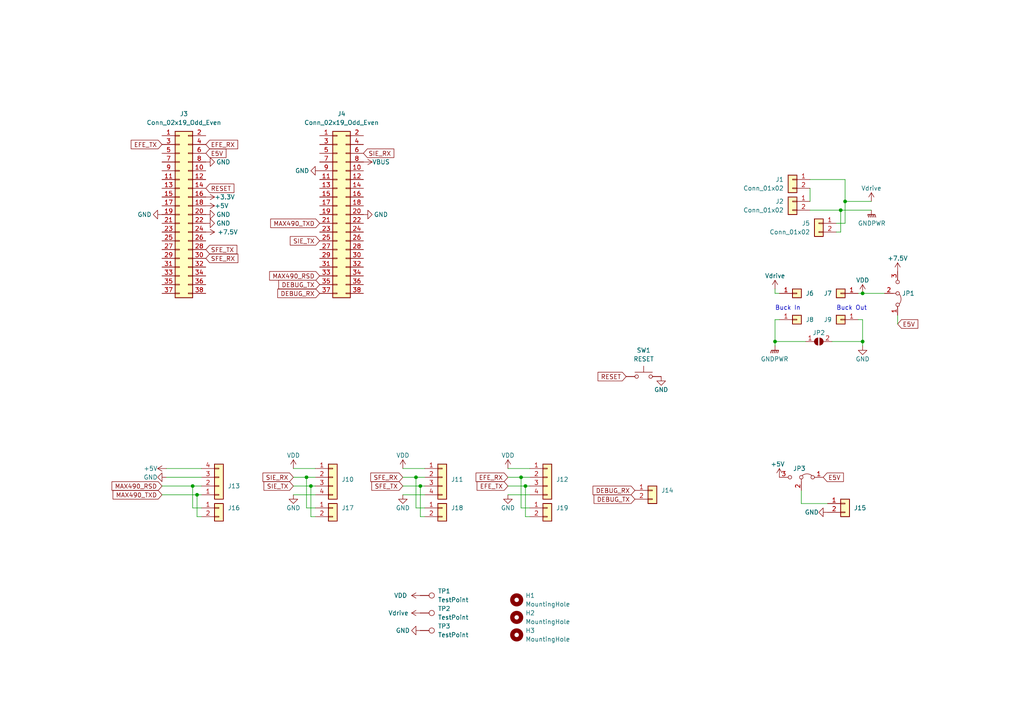
<source format=kicad_sch>
(kicad_sch (version 20230121) (generator eeschema)
  (paper "A4")
  (lib_symbols
    (symbol "Connector:TestPoint" (pin_numbers hide) (pin_names (offset 0.762) hide)
      (property "Reference" "TP" (at 0 6.858 0))
      (property "Value" "TestPoint" (at 0 5.08 0))
      (symbol "TestPoint_0_1"
        (circle (center 0 3.302) (radius 0.762))
      )
      (symbol "TestPoint_1_1"
        (pin passive line (at 0 0 90) (length 2.54) (name "1") (number "1"))
      )
    )
    (symbol "Connector_Generic:Conn_01x01" (pin_names (offset 1.016) hide)
      (property "Reference" "J" (at 0 2.54 0))
      (property "Value" "Conn_01x01" (at 0 -2.54 0))
      (symbol "Conn_01x01_1_1"
        (rectangle (start -1.27 0.127) (end 0 -0.127) (stroke (width 0.1524)))
        (rectangle (start -1.27 1.27) (end 1.27 -1.27) (stroke (width 0.254)) (fill (type background)))
        (pin passive line (at -5.08 0 0) (length 3.81) (name "Pin_1") (number "1"))
      )
    )
    (symbol "Connector_Generic:Conn_01x02" (pin_names (offset 1.016) hide)
      (property "Reference" "J" (at 0 2.54 0))
      (property "Value" "Conn_01x02" (at 0 -5.08 0))
      (symbol "Conn_01x02_1_1"
        (rectangle (start -1.27 -2.413) (end 0 -2.667) (stroke (width 0.1524)))
        (rectangle (start -1.27 0.127) (end 0 -0.127) (stroke (width 0.1524)))
        (rectangle (start -1.27 1.27) (end 1.27 -3.81) (stroke (width 0.254)) (fill (type background)))
        (pin passive line (at -5.08 0 0) (length 3.81) (name "Pin_1") (number "1"))
        (pin passive line (at -5.08 -2.54 0) (length 3.81) (name "Pin_2") (number "2"))
      )
    )
    (symbol "Connector_Generic:Conn_01x04" (pin_names (offset 1.016) hide)
      (property "Reference" "J" (at 0 5.08 0))
      (property "Value" "Conn_01x04" (at 0 -7.62 0))
      (symbol "Conn_01x04_1_1"
        (rectangle (start -1.27 -4.953) (end 0 -5.207) (stroke (width 0.1524)))
        (rectangle (start -1.27 -2.413) (end 0 -2.667) (stroke (width 0.1524)))
        (rectangle (start -1.27 0.127) (end 0 -0.127) (stroke (width 0.1524)))
        (rectangle (start -1.27 2.667) (end 0 2.413) (stroke (width 0.1524)))
        (rectangle (start -1.27 3.81) (end 1.27 -6.35) (stroke (width 0.254)) (fill (type background)))
        (pin passive line (at -5.08 2.54 0) (length 3.81) (name "Pin_1") (number "1"))
        (pin passive line (at -5.08 0 0) (length 3.81) (name "Pin_2") (number "2"))
        (pin passive line (at -5.08 -2.54 0) (length 3.81) (name "Pin_3") (number "3"))
        (pin passive line (at -5.08 -5.08 0) (length 3.81) (name "Pin_4") (number "4"))
      )
    )
    (symbol "Connector_Generic:Conn_02x19_Odd_Even" (pin_names (offset 1.016) hide)
      (property "Reference" "J" (at 1.27 25.4 0))
      (property "Value" "Conn_02x19_Odd_Even" (at 1.27 -25.4 0))
      (symbol "Conn_02x19_Odd_Even_1_1"
        (rectangle (start -1.27 -22.733) (end 0 -22.987) (stroke (width 0.1524)))
        (rectangle (start -1.27 -20.193) (end 0 -20.447) (stroke (width 0.1524)))
        (rectangle (start -1.27 -17.653) (end 0 -17.907) (stroke (width 0.1524)))
        (rectangle (start -1.27 -15.113) (end 0 -15.367) (stroke (width 0.1524)))
        (rectangle (start -1.27 -12.573) (end 0 -12.827) (stroke (width 0.1524)))
        (rectangle (start -1.27 -10.033) (end 0 -10.287) (stroke (width 0.1524)))
        (rectangle (start -1.27 -7.493) (end 0 -7.747) (stroke (width 0.1524)))
        (rectangle (start -1.27 -4.953) (end 0 -5.207) (stroke (width 0.1524)))
        (rectangle (start -1.27 -2.413) (end 0 -2.667) (stroke (width 0.1524)))
        (rectangle (start -1.27 0.127) (end 0 -0.127) (stroke (width 0.1524)))
        (rectangle (start -1.27 2.667) (end 0 2.413) (stroke (width 0.1524)))
        (rectangle (start -1.27 5.207) (end 0 4.953) (stroke (width 0.1524)))
        (rectangle (start -1.27 7.747) (end 0 7.493) (stroke (width 0.1524)))
        (rectangle (start -1.27 10.287) (end 0 10.033) (stroke (width 0.1524)))
        (rectangle (start -1.27 12.827) (end 0 12.573) (stroke (width 0.1524)))
        (rectangle (start -1.27 15.367) (end 0 15.113) (stroke (width 0.1524)))
        (rectangle (start -1.27 17.907) (end 0 17.653) (stroke (width 0.1524)))
        (rectangle (start -1.27 20.447) (end 0 20.193) (stroke (width 0.1524)))
        (rectangle (start -1.27 22.987) (end 0 22.733) (stroke (width 0.1524)))
        (rectangle (start -1.27 24.13) (end 3.81 -24.13) (stroke (width 0.254)) (fill (type background)))
        (rectangle (start 3.81 -22.733) (end 2.54 -22.987) (stroke (width 0.1524)))
        (rectangle (start 3.81 -20.193) (end 2.54 -20.447) (stroke (width 0.1524)))
        (rectangle (start 3.81 -17.653) (end 2.54 -17.907) (stroke (width 0.1524)))
        (rectangle (start 3.81 -15.113) (end 2.54 -15.367) (stroke (width 0.1524)))
        (rectangle (start 3.81 -12.573) (end 2.54 -12.827) (stroke (width 0.1524)))
        (rectangle (start 3.81 -10.033) (end 2.54 -10.287) (stroke (width 0.1524)))
        (rectangle (start 3.81 -7.493) (end 2.54 -7.747) (stroke (width 0.1524)))
        (rectangle (start 3.81 -4.953) (end 2.54 -5.207) (stroke (width 0.1524)))
        (rectangle (start 3.81 -2.413) (end 2.54 -2.667) (stroke (width 0.1524)))
        (rectangle (start 3.81 0.127) (end 2.54 -0.127) (stroke (width 0.1524)))
        (rectangle (start 3.81 2.667) (end 2.54 2.413) (stroke (width 0.1524)))
        (rectangle (start 3.81 5.207) (end 2.54 4.953) (stroke (width 0.1524)))
        (rectangle (start 3.81 7.747) (end 2.54 7.493) (stroke (width 0.1524)))
        (rectangle (start 3.81 10.287) (end 2.54 10.033) (stroke (width 0.1524)))
        (rectangle (start 3.81 12.827) (end 2.54 12.573) (stroke (width 0.1524)))
        (rectangle (start 3.81 15.367) (end 2.54 15.113) (stroke (width 0.1524)))
        (rectangle (start 3.81 17.907) (end 2.54 17.653) (stroke (width 0.1524)))
        (rectangle (start 3.81 20.447) (end 2.54 20.193) (stroke (width 0.1524)))
        (rectangle (start 3.81 22.987) (end 2.54 22.733) (stroke (width 0.1524)))
        (pin passive line (at -5.08 22.86 0) (length 3.81) (name "Pin_1") (number "1"))
        (pin passive line (at 7.62 12.7 180) (length 3.81) (name "Pin_10") (number "10"))
        (pin passive line (at -5.08 10.16 0) (length 3.81) (name "Pin_11") (number "11"))
        (pin passive line (at 7.62 10.16 180) (length 3.81) (name "Pin_12") (number "12"))
        (pin passive line (at -5.08 7.62 0) (length 3.81) (name "Pin_13") (number "13"))
        (pin passive line (at 7.62 7.62 180) (length 3.81) (name "Pin_14") (number "14"))
        (pin passive line (at -5.08 5.08 0) (length 3.81) (name "Pin_15") (number "15"))
        (pin passive line (at 7.62 5.08 180) (length 3.81) (name "Pin_16") (number "16"))
        (pin passive line (at -5.08 2.54 0) (length 3.81) (name "Pin_17") (number "17"))
        (pin passive line (at 7.62 2.54 180) (length 3.81) (name "Pin_18") (number "18"))
        (pin passive line (at -5.08 0 0) (length 3.81) (name "Pin_19") (number "19"))
        (pin passive line (at 7.62 22.86 180) (length 3.81) (name "Pin_2") (number "2"))
        (pin passive line (at 7.62 0 180) (length 3.81) (name "Pin_20") (number "20"))
        (pin passive line (at -5.08 -2.54 0) (length 3.81) (name "Pin_21") (number "21"))
        (pin passive line (at 7.62 -2.54 180) (length 3.81) (name "Pin_22") (number "22"))
        (pin passive line (at -5.08 -5.08 0) (length 3.81) (name "Pin_23") (number "23"))
        (pin passive line (at 7.62 -5.08 180) (length 3.81) (name "Pin_24") (number "24"))
        (pin passive line (at -5.08 -7.62 0) (length 3.81) (name "Pin_25") (number "25"))
        (pin passive line (at 7.62 -7.62 180) (length 3.81) (name "Pin_26") (number "26"))
        (pin passive line (at -5.08 -10.16 0) (length 3.81) (name "Pin_27") (number "27"))
        (pin passive line (at 7.62 -10.16 180) (length 3.81) (name "Pin_28") (number "28"))
        (pin passive line (at -5.08 -12.7 0) (length 3.81) (name "Pin_29") (number "29"))
        (pin passive line (at -5.08 20.32 0) (length 3.81) (name "Pin_3") (number "3"))
        (pin passive line (at 7.62 -12.7 180) (length 3.81) (name "Pin_30") (number "30"))
        (pin passive line (at -5.08 -15.24 0) (length 3.81) (name "Pin_31") (number "31"))
        (pin passive line (at 7.62 -15.24 180) (length 3.81) (name "Pin_32") (number "32"))
        (pin passive line (at -5.08 -17.78 0) (length 3.81) (name "Pin_33") (number "33"))
        (pin passive line (at 7.62 -17.78 180) (length 3.81) (name "Pin_34") (number "34"))
        (pin passive line (at -5.08 -20.32 0) (length 3.81) (name "Pin_35") (number "35"))
        (pin passive line (at 7.62 -20.32 180) (length 3.81) (name "Pin_36") (number "36"))
        (pin passive line (at -5.08 -22.86 0) (length 3.81) (name "Pin_37") (number "37"))
        (pin passive line (at 7.62 -22.86 180) (length 3.81) (name "Pin_38") (number "38"))
        (pin passive line (at 7.62 20.32 180) (length 3.81) (name "Pin_4") (number "4"))
        (pin passive line (at -5.08 17.78 0) (length 3.81) (name "Pin_5") (number "5"))
        (pin passive line (at 7.62 17.78 180) (length 3.81) (name "Pin_6") (number "6"))
        (pin passive line (at -5.08 15.24 0) (length 3.81) (name "Pin_7") (number "7"))
        (pin passive line (at 7.62 15.24 180) (length 3.81) (name "Pin_8") (number "8"))
        (pin passive line (at -5.08 12.7 0) (length 3.81) (name "Pin_9") (number "9"))
      )
    )
    (symbol "Jumper:Jumper_3_Bridged12" (pin_names (offset 0) hide)
      (property "Reference" "JP" (at -2.54 -2.54 0))
      (property "Value" "Jumper_3_Bridged12" (at 0 2.794 0))
      (symbol "Jumper_3_Bridged12_0_0"
        (circle (center -3.302 0) (radius 0.508))
        (circle (center 0 0) (radius 0.508))
        (circle (center 3.302 0) (radius 0.508))
      )
      (symbol "Jumper_3_Bridged12_0_1"
        (arc (start -0.254 0.508) (mid -1.651 0.9912) (end -3.048 0.508))
        (polyline (pts (xy 0 -1.27) (xy 0 -0.508)))
      )
      (symbol "Jumper_3_Bridged12_1_1"
        (pin passive line (at -6.35 0 0) (length 2.54) (name "A") (number "1"))
        (pin passive line (at 0 -3.81 90) (length 2.54) (name "C") (number "2"))
        (pin passive line (at 6.35 0 180) (length 2.54) (name "B") (number "3"))
      )
    )
    (symbol "Jumper:SolderJumper_2_Open" (pin_names (offset 0) hide)
      (property "Reference" "JP" (at 0 2.032 0))
      (property "Value" "SolderJumper_2_Open" (at 0 -2.54 0))
      (symbol "SolderJumper_2_Open_0_1"
        (arc (start -0.254 1.016) (mid -1.2656 0) (end -0.254 -1.016))
        (arc (start -0.254 1.016) (mid -1.2656 0) (end -0.254 -1.016) (fill (type outline)))
        (polyline (pts (xy -0.254 1.016) (xy -0.254 -1.016)))
        (polyline (pts (xy 0.254 1.016) (xy 0.254 -1.016)))
        (arc (start 0.254 -1.016) (mid 1.2656 0) (end 0.254 1.016))
        (arc (start 0.254 -1.016) (mid 1.2656 0) (end 0.254 1.016) (fill (type outline)))
      )
      (symbol "SolderJumper_2_Open_1_1"
        (pin passive line (at -3.81 0 0) (length 2.54) (name "A") (number "1"))
        (pin passive line (at 3.81 0 180) (length 2.54) (name "B") (number "2"))
      )
    )
    (symbol "Mechanical:MountingHole" (pin_names (offset 1.016))
      (property "Reference" "H" (at 0 5.08 0))
      (property "Value" "MountingHole" (at 0 3.175 0))
      (symbol "MountingHole_0_1"
        (circle (center 0 0) (radius 1.27) (stroke (width 1.27)))
      )
    )
    (symbol "Switch:SW_Push" (pin_numbers hide) (pin_names (offset 1.016) hide)
      (property "Reference" "SW" (at 1.27 2.54 0))
      (property "Value" "SW_Push" (at 0 -1.524 0))
      (symbol "SW_Push_0_1"
        (circle (center -2.032 0) (radius 0.508))
        (polyline (pts (xy 0 1.27) (xy 0 3.048)))
        (polyline (pts (xy 2.54 1.27) (xy -2.54 1.27)))
        (circle (center 2.032 0) (radius 0.508))
        (pin passive line (at -5.08 0 0) (length 2.54) (name "1") (number "1"))
        (pin passive line (at 5.08 0 180) (length 2.54) (name "2") (number "2"))
      )
    )
    (symbol "power:+3.3V" (power) (pin_names (offset 0))
      (property "Value" "+3.3V" (at 0 3.556 0))
      (symbol "+3.3V_0_1"
        (polyline (pts (xy -0.762 1.27) (xy 0 2.54)))
        (polyline (pts (xy 0 0) (xy 0 2.54)))
        (polyline (pts (xy 0 2.54) (xy 0.762 1.27)))
      )
      (symbol "+3.3V_1_1"
        (pin power_in line (at 0 0 90) (length 0) hide (name "+3.3V") (number "1"))
      )
    )
    (symbol "power:+5V" (power) (pin_names (offset 0))
      (property "Value" "+5V" (at 0 3.556 0))
      (symbol "+5V_0_1"
        (polyline (pts (xy -0.762 1.27) (xy 0 2.54)))
        (polyline (pts (xy 0 0) (xy 0 2.54)))
        (polyline (pts (xy 0 2.54) (xy 0.762 1.27)))
      )
      (symbol "+5V_1_1"
        (pin power_in line (at 0 0 90) (length 0) hide (name "+5V") (number "1"))
      )
    )
    (symbol "power:+7.5V" (power) (pin_names (offset 0))
      (property "Value" "+7.5V" (at 0 3.556 0))
      (symbol "+7.5V_0_1"
        (polyline (pts (xy -0.762 1.27) (xy 0 2.54)))
        (polyline (pts (xy 0 0) (xy 0 2.54)))
        (polyline (pts (xy 0 2.54) (xy 0.762 1.27)))
      )
      (symbol "+7.5V_1_1"
        (pin power_in line (at 0 0 90) (length 0) hide (name "+7.5V") (number "1"))
      )
    )
    (symbol "power:GND" (power) (pin_names (offset 0))
      (property "Value" "GND" (at 0 -3.81 0))
      (symbol "GND_0_1"
        (polyline (pts (xy 0 0) (xy 0 -1.27) (xy 1.27 -1.27) (xy 0 -2.54) (xy -1.27 -1.27) (xy 0 -1.27)))
      )
      (symbol "GND_1_1"
        (pin power_in line (at 0 0 270) (length 0) hide (name "GND") (number "1"))
      )
    )
    (symbol "power:GNDPWR" (power) (pin_names (offset 0))
      (property "Value" "GNDPWR" (at 0 -3.302 0))
      (symbol "GNDPWR_0_1"
        (polyline (pts (xy 0 -1.27) (xy 0 0)))
        (polyline (pts (xy -1.016 -1.27) (xy -1.27 -2.032) (xy -1.27 -2.032)) (stroke (width 0.2032)))
        (polyline (pts (xy -0.508 -1.27) (xy -0.762 -2.032) (xy -0.762 -2.032)) (stroke (width 0.2032)))
        (polyline (pts (xy 0 -1.27) (xy -0.254 -2.032) (xy -0.254 -2.032)) (stroke (width 0.2032)))
        (polyline (pts (xy 0.508 -1.27) (xy 0.254 -2.032) (xy 0.254 -2.032)) (stroke (width 0.2032)))
        (polyline (pts (xy 1.016 -1.27) (xy -1.016 -1.27) (xy -1.016 -1.27)) (stroke (width 0.2032)))
        (polyline (pts (xy 1.016 -1.27) (xy 0.762 -2.032) (xy 0.762 -2.032) (xy 0.762 -2.032)) (stroke (width 0.2032)))
      )
      (symbol "GNDPWR_1_1"
        (pin power_in line (at 0 0 270) (length 0) hide (name "GNDPWR") (number "1"))
      )
    )
    (symbol "power:VBUS" (power) (pin_names (offset 0))
      (property "Value" "VBUS" (at 0 3.81 0))
      (symbol "VBUS_0_1"
        (polyline (pts (xy -0.762 1.27) (xy 0 2.54)))
        (polyline (pts (xy 0 0) (xy 0 2.54)))
        (polyline (pts (xy 0 2.54) (xy 0.762 1.27)))
      )
      (symbol "VBUS_1_1"
        (pin power_in line (at 0 0 90) (length 0) hide (name "VBUS") (number "1"))
      )
    )
    (symbol "power:VDD" (power) (pin_names (offset 0))
      (property "Value" "VDD" (at 0 3.81 0))
      (symbol "VDD_0_1"
        (polyline (pts (xy -0.762 1.27) (xy 0 2.54)))
        (polyline (pts (xy 0 0) (xy 0 2.54)))
        (polyline (pts (xy 0 2.54) (xy 0.762 1.27)))
      )
      (symbol "VDD_1_1"
        (pin power_in line (at 0 0 90) (length 0) hide (name "VDD") (number "1"))
      )
    )
    (symbol "power:Vdrive" (power) (pin_names (offset 0))
      (property "Value" "Vdrive" (at 0 3.81 0))
      (symbol "Vdrive_0_1"
        (polyline (pts (xy -0.762 1.27) (xy 0 2.54)))
        (polyline (pts (xy 0 0) (xy 0 2.54)))
        (polyline (pts (xy 0 2.54) (xy 0.762 1.27)))
      )
      (symbol "Vdrive_1_1"
        (pin power_in line (at 0 0 90) (length 0) hide (name "Vdrive") (number "1"))
      )
    )
  )
  (junction (at 121.92 140.97))
  (junction (at 88.9 138.43))
  (junction (at 55.88 140.97))
  (junction (at 120.65 138.43))
  (junction (at 224.79 99.06))
  (junction (at 243.84 60.96))
  (junction (at 250.19 85.09))
  (junction (at 245.11 58.42))
  (junction (at 152.4 140.97))
  (junction (at 90.17 140.97))
  (junction (at 250.19 99.06))
  (junction (at 57.15 143.51))
  (junction (at 151.13 138.43))
  (wire (pts (xy 250.19 85.09) (xy 248.92 85.09)))
  (wire (pts (xy 245.11 52.07) (xy 245.11 58.42)))
  (wire (pts (xy 232.41 142.24) (xy 232.41 146.05)))
  (wire (pts (xy 123.19 135.89) (xy 116.84 135.89)))
  (wire (pts (xy 152.4 149.86) (xy 152.4 140.97)))
  (wire (pts (xy 91.44 138.43) (xy 88.9 138.43)))
  (wire (pts (xy 88.9 147.32) (xy 88.9 138.43)))
  (wire (pts (xy 88.9 138.43) (xy 85.09 138.43)))
  (wire (pts (xy 151.13 138.43) (xy 147.32 138.43)))
  (wire (pts (xy 46.99 140.97) (xy 55.88 140.97)))
  (wire (pts (xy 256.54 85.09) (xy 250.19 85.09)))
  (wire (pts (xy 91.44 149.86) (xy 90.17 149.86)))
  (wire (pts (xy 90.17 149.86) (xy 90.17 140.97)))
  (wire (pts (xy 224.79 85.09) (xy 226.06 85.09)))
  (wire (pts (xy 234.95 54.61) (xy 234.95 58.42)))
  (wire (pts (xy 152.4 140.97) (xy 147.32 140.97)))
  (wire (pts (xy 57.15 143.51) (xy 57.15 149.86)))
  (wire (pts (xy 243.84 60.96) (xy 243.84 67.31)))
  (wire (pts (xy 58.42 135.89) (xy 48.26 135.89)))
  (wire (pts (xy 153.67 135.89) (xy 147.32 135.89)))
  (wire (pts (xy 260.35 93.98) (xy 260.35 91.44)))
  (wire (pts (xy 153.67 138.43) (xy 151.13 138.43)))
  (wire (pts (xy 224.79 99.06) (xy 224.79 92.71)))
  (wire (pts (xy 153.67 140.97) (xy 152.4 140.97)))
  (wire (pts (xy 151.13 147.32) (xy 151.13 138.43)))
  (wire (pts (xy 91.44 140.97) (xy 90.17 140.97)))
  (wire (pts (xy 240.03 146.05) (xy 232.41 146.05)))
  (wire (pts (xy 241.3 99.06) (xy 250.19 99.06)))
  (wire (pts (xy 123.19 138.43) (xy 120.65 138.43)))
  (wire (pts (xy 153.67 149.86) (xy 152.4 149.86)))
  (wire (pts (xy 55.88 140.97) (xy 58.42 140.97)))
  (wire (pts (xy 224.79 99.06) (xy 233.68 99.06)))
  (wire (pts (xy 224.79 83.82) (xy 224.79 85.09)))
  (wire (pts (xy 153.67 147.32) (xy 151.13 147.32)))
  (wire (pts (xy 121.92 140.97) (xy 116.84 140.97)))
  (wire (pts (xy 91.44 143.51) (xy 85.09 143.51)))
  (wire (pts (xy 250.19 92.71) (xy 248.92 92.71)))
  (wire (pts (xy 250.19 99.06) (xy 250.19 92.71)))
  (wire (pts (xy 58.42 147.32) (xy 55.88 147.32)))
  (wire (pts (xy 120.65 138.43) (xy 116.84 138.43)))
  (wire (pts (xy 224.79 92.71) (xy 226.06 92.71)))
  (wire (pts (xy 250.19 100.33) (xy 250.19 99.06)))
  (wire (pts (xy 55.88 140.97) (xy 55.88 147.32)))
  (wire (pts (xy 58.42 149.86) (xy 57.15 149.86)))
  (wire (pts (xy 123.19 143.51) (xy 116.84 143.51)))
  (wire (pts (xy 123.19 149.86) (xy 121.92 149.86)))
  (wire (pts (xy 245.11 58.42) (xy 245.11 64.77)))
  (wire (pts (xy 90.17 140.97) (xy 85.09 140.97)))
  (wire (pts (xy 234.95 60.96) (xy 243.84 60.96)))
  (wire (pts (xy 123.19 140.97) (xy 121.92 140.97)))
  (wire (pts (xy 121.92 149.86) (xy 121.92 140.97)))
  (wire (pts (xy 123.19 147.32) (xy 120.65 147.32)))
  (wire (pts (xy 57.15 143.51) (xy 58.42 143.51)))
  (wire (pts (xy 242.57 64.77) (xy 245.11 64.77)))
  (wire (pts (xy 224.79 100.33) (xy 224.79 99.06)))
  (wire (pts (xy 120.65 147.32) (xy 120.65 138.43)))
  (wire (pts (xy 245.11 58.42) (xy 252.73 58.42)))
  (wire (pts (xy 91.44 147.32) (xy 88.9 147.32)))
  (wire (pts (xy 91.44 135.89) (xy 85.09 135.89)))
  (wire (pts (xy 46.99 143.51) (xy 57.15 143.51)))
  (wire (pts (xy 153.67 143.51) (xy 147.32 143.51)))
  (wire (pts (xy 234.95 52.07) (xy 245.11 52.07)))
  (wire (pts (xy 243.84 60.96) (xy 252.73 60.96)))
  (wire (pts (xy 242.57 67.31) (xy 243.84 67.31)))
  (wire (pts (xy 58.42 138.43) (xy 48.26 138.43)))
  (text "Buck In" (at 224.79 90.17 0) (effects (font (size 1.27 1.27)) (justify left bottom)))
  (text "Buck Out" (at 242.57 90.17 0) (effects (font (size 1.27 1.27)) (justify left bottom)))
  (global_label "MAX490_RSD" (shape input) (at 92.71 80.01 180) (property "Intersheetrefs" "${INTERSHEET_REFS}" (effects hide)))
  (global_label "SFE_TX" (shape input) (at 59.69 72.39 0) (property "Intersheetrefs" "${INTERSHEET_REFS}" (effects hide)))
  (global_label "EFE_RX" (shape input) (at 59.69 41.91 0) (property "Intersheetrefs" "${INTERSHEET_REFS}" (effects hide)))
  (global_label "DEBUG_TX" (shape input) (at 184.15 144.78 180) (property "Intersheetrefs" "${INTERSHEET_REFS}" (effects hide)))
  (global_label "SFE_TX" (shape input) (at 116.84 140.97 180) (property "Intersheetrefs" "${INTERSHEET_REFS}" (effects hide)))
  (global_label "SIE_RX" (shape input) (at 105.41 44.45 0) (property "Intersheetrefs" "${INTERSHEET_REFS}" (effects hide)))
  (global_label "E5V" (shape input) (at 238.76 138.43 0) (property "Intersheetrefs" "${INTERSHEET_REFS}" (effects hide)))
  (global_label "MAX490_TXD" (shape input) (at 46.99 143.51 180) (property "Intersheetrefs" "${INTERSHEET_REFS}" (effects hide)))
  (global_label "DEBUG_RX" (shape input) (at 184.15 142.24 180) (property "Intersheetrefs" "${INTERSHEET_REFS}" (effects hide)))
  (global_label "SIE_TX" (shape input) (at 92.71 69.85 180) (property "Intersheetrefs" "${INTERSHEET_REFS}" (effects hide)))
  (global_label "SFE_RX" (shape input) (at 116.84 138.43 180) (property "Intersheetrefs" "${INTERSHEET_REFS}" (effects hide)))
  (global_label "EFE_TX" (shape input) (at 147.32 140.97 180) (property "Intersheetrefs" "${INTERSHEET_REFS}" (effects hide)))
  (global_label "EFE_RX" (shape input) (at 147.32 138.43 180) (property "Intersheetrefs" "${INTERSHEET_REFS}" (effects hide)))
  (global_label "MAX490_RSD" (shape input) (at 46.99 140.97 180) (property "Intersheetrefs" "${INTERSHEET_REFS}" (effects hide)))
  (global_label "DEBUG_TX" (shape input) (at 92.71 82.55 180) (property "Intersheetrefs" "${INTERSHEET_REFS}" (effects hide)))
  (global_label "SFE_RX" (shape input) (at 59.69 74.93 0) (property "Intersheetrefs" "${INTERSHEET_REFS}" (effects hide)))
  (global_label "DEBUG_RX" (shape input) (at 92.71 85.09 180) (property "Intersheetrefs" "${INTERSHEET_REFS}" (effects hide)))
  (global_label "RESET" (shape input) (at 59.69 54.61 0) (property "Intersheetrefs" "${INTERSHEET_REFS}" (effects hide)))
  (global_label "MAX490_TXD" (shape input) (at 92.71 64.77 180) (property "Intersheetrefs" "${INTERSHEET_REFS}" (effects hide)))
  (global_label "E5V" (shape input) (at 59.69 44.45 0) (property "Intersheetrefs" "${INTERSHEET_REFS}" (effects hide)))
  (global_label "SIE_RX" (shape input) (at 85.09 138.43 180) (property "Intersheetrefs" "${INTERSHEET_REFS}" (effects hide)))
  (global_label "SIE_TX" (shape input) (at 85.09 140.97 180) (property "Intersheetrefs" "${INTERSHEET_REFS}" (effects hide)))
  (global_label "EFE_TX" (shape input) (at 46.99 41.91 180) (property "Intersheetrefs" "${INTERSHEET_REFS}" (effects hide)))
  (global_label "E5V" (shape input) (at 260.35 93.98 0) (property "Intersheetrefs" "${INTERSHEET_REFS}" (effects hide)))
  (global_label "RESET" (shape input) (at 181.61 109.22 180) (property "Intersheetrefs" "${INTERSHEET_REFS}" (effects hide)))
  (symbol (lib_id "power:+7.5V") (at 59.69 67.31 270) (unit 1)
    (property "Reference" "#PWR012" (effects hide))
    (property "Value" "+7.5V" (at 66.04 67.31 90))
  )
  (symbol (lib_id "power:GNDPWR") (at 252.73 60.96 0) (mirror y) (unit 1)
    (property "Reference" "#PWR07" (effects hide))
    (property "Value" "GNDPWR" (at 252.857 64.77 0))
  )
  (symbol (lib_id "Connector:TestPoint") (at 121.92 177.8 270) (unit 1)
    (property "Reference" "TP2" (at 127 176.53 90) (effects (justify left)))
    (property "Value" "TestPoint" (at 127 179.07 90) (effects (justify left)))
    (property "Footprint" "TestPoint:TestPoint_Pad_D1.5mm" (effects hide))
  )
  (symbol (lib_id "Connector:TestPoint") (at 121.92 172.72 270) (unit 1)
    (property "Reference" "TP1" (at 127 171.45 90) (effects (justify left)))
    (property "Value" "TestPoint" (at 127 173.99 90) (effects (justify left)))
    (property "Footprint" "TestPoint:TestPoint_Pad_D1.5mm" (effects hide))
  )
  (symbol (lib_id "power:GND") (at 59.69 64.77 90) (unit 1)
    (property "Reference" "#PWR011" (effects hide))
    (property "Value" "GND" (at 64.77 64.77 90))
  )
  (symbol (lib_id "power:GNDPWR") (at 224.79 100.33 0) (unit 1)
    (property "Reference" "#PWR016" (effects hide))
    (property "Value" "GNDPWR" (at 224.663 104.14 0))
  )
  (symbol (lib_id "power:GND") (at 59.69 46.99 90) (unit 1)
    (property "Reference" "#PWR01" (effects hide))
    (property "Value" "GND" (at 64.77 46.99 90))
  )
  (symbol (lib_id "Connector_Generic:Conn_02x19_Odd_Even") (at 52.07 62.23 0) (unit 1)
    (property "Reference" "J3" (at 53.34 33.02 0))
    (property "Value" "Conn_02x19_Odd_Even" (at 53.34 35.56 0))
    (property "Footprint" "Connector_PinSocket_2.54mm:PinSocket_2x19_P2.54mm_Vertical" (effects hide))
  )
  (symbol (lib_id "power:VDD") (at 121.92 172.72 90) (unit 1)
    (property "Reference" "#PWR029" (effects hide))
    (property "Value" "VDD" (at 118.11 172.72 90) (effects (justify left)))
  )
  (symbol (lib_id "Connector_Generic:Conn_01x02") (at 96.52 147.32 0) (unit 1)
    (property "Reference" "J17" (at 99.06 147.32 0) (effects (justify left)))
    (property "Value" "Conn_01x02" (effects hide))
    (property "Footprint" "Connector_PinHeader_2.54mm:PinHeader_1x02_P2.54mm_Vertical" (effects hide))
  )
  (symbol (lib_id "power:GND") (at 240.03 148.59 270) (unit 1)
    (property "Reference" "#PWR028" (effects hide))
    (property "Value" "GND" (at 237.49 148.59 90) (effects (justify right)))
  )
  (symbol (lib_id "Switch:SW_Push") (at 186.69 109.22 0) (unit 1)
    (property "Reference" "SW1" (at 186.69 101.6 0))
    (property "Value" "RESET" (at 186.69 104.14 0))
    (property "Footprint" "Button_Switch_SMD:SW_SPST_CK_RS282G05A3" (effects hide))
  )
  (symbol (lib_id "power:GND") (at 59.69 62.23 90) (unit 1)
    (property "Reference" "#PWR09" (effects hide))
    (property "Value" "GND" (at 64.77 62.23 90))
  )
  (symbol (lib_id "Connector_Generic:Conn_01x02") (at 128.27 147.32 0) (unit 1)
    (property "Reference" "J18" (at 130.81 147.32 0) (effects (justify left)))
    (property "Value" "Conn_01x02" (effects hide))
    (property "Footprint" "Connector_PinHeader_2.54mm:PinHeader_1x02_P2.54mm_Vertical" (effects hide))
  )
  (symbol (lib_id "Connector_Generic:Conn_01x04") (at 63.5 140.97 0) (mirror x) (unit 1)
    (property "Reference" "J13" (at 66.04 140.97 0) (effects (justify left)))
    (property "Value" "Conn_01x04" (effects hide))
    (property "Footprint" "Connector_JST:JST_XH_B4B-XH-A_1x04_P2.50mm_Vertical" (effects hide))
  )
  (symbol (lib_id "power:GND") (at 116.84 143.51 0) (unit 1)
    (property "Reference" "#PWR026" (effects hide))
    (property "Value" "GND" (at 116.84 147.32 0))
  )
  (symbol (lib_id "Connector_Generic:Conn_01x01") (at 243.84 85.09 180) (unit 1)
    (property "Reference" "J7" (at 241.3 85.09 0) (effects (justify left)))
    (property "Value" "Conn_01x01" (effects hide))
    (property "Footprint" "Connector_PinHeader_2.54mm:PinHeader_1x01_P2.54mm_Vertical" (effects hide))
  )
  (symbol (lib_id "power:+5V") (at 48.26 135.89 90) (unit 1)
    (property "Reference" "#PWR019" (effects hide))
    (property "Value" "+5V" (at 45.72 135.89 90) (effects (justify left)))
  )
  (symbol (lib_id "Mechanical:MountingHole") (at 149.86 184.15 0) (unit 1)
    (property "Reference" "H3" (at 152.4 182.88 0) (effects (justify left)))
    (property "Value" "MountingHole" (at 152.4 185.42 0) (effects (justify left)))
    (property "Footprint" "MountingHole:MountingHole_3.5mm" (effects hide))
  )
  (symbol (lib_id "power:GND") (at 48.26 138.43 270) (unit 1)
    (property "Reference" "#PWR023" (effects hide))
    (property "Value" "GND" (at 45.72 138.43 90) (effects (justify right)))
  )
  (symbol (lib_id "Connector_Generic:Conn_01x02") (at 237.49 64.77 0) (mirror y) (unit 1)
    (property "Reference" "J5" (at 234.95 64.77 0) (effects (justify left)))
    (property "Value" "Conn_01x02" (at 234.95 67.31 0) (effects (justify left)))
    (property "Footprint" "Connector_PinHeader_2.54mm:PinHeader_1x02_P2.54mm_Vertical" (effects hide))
  )
  (symbol (lib_id "power:GND") (at 85.09 143.51 0) (unit 1)
    (property "Reference" "#PWR025" (effects hide))
    (property "Value" "GND" (at 85.09 147.32 0))
  )
  (symbol (lib_id "Connector_Generic:Conn_01x02") (at 189.23 142.24 0) (unit 1)
    (property "Reference" "J14" (at 191.77 142.24 0) (effects (justify left)))
    (property "Value" "Conn_01x02" (effects hide))
    (property "Footprint" "Connector_PinHeader_2.54mm:PinHeader_1x02_P2.54mm_Vertical" (effects hide))
  )
  (symbol (lib_id "power:Vdrive") (at 121.92 177.8 90) (unit 1)
    (property "Reference" "#PWR030" (effects hide))
    (property "Value" "Vdrive" (at 115.57 177.8 90))
  )
  (symbol (lib_id "power:GND") (at 121.92 182.88 270) (unit 1)
    (property "Reference" "#PWR031" (effects hide))
    (property "Value" "GND" (at 116.84 182.88 90))
  )
  (symbol (lib_id "power:Vdrive") (at 224.79 83.82 0) (unit 1)
    (property "Reference" "#PWR014" (effects hide))
    (property "Value" "Vdrive" (at 224.79 80.01 0))
  )
  (symbol (lib_id "power:+7.5V") (at 260.35 78.74 0) (unit 1)
    (property "Reference" "#PWR013" (effects hide))
    (property "Value" "+7.5V" (at 260.35 74.93 0))
  )
  (symbol (lib_id "power:GND") (at 105.41 62.23 90) (unit 1)
    (property "Reference" "#PWR010" (effects hide))
    (property "Value" "GND" (at 110.49 62.23 90))
  )
  (symbol (lib_id "Connector_Generic:Conn_01x02") (at 229.87 52.07 0) (mirror y) (unit 1)
    (property "Reference" "J1" (at 227.33 52.07 0) (effects (justify left)))
    (property "Value" "Conn_01x02" (at 227.33 54.61 0) (effects (justify left)))
    (property "Footprint" "Connector_AMASS:AMASS_XT60-M_1x02_P7.20mm_Vertical" (effects hide))
  )
  (symbol (lib_id "Mechanical:MountingHole") (at 149.86 173.99 0) (unit 1)
    (property "Reference" "H1" (at 152.4 172.72 0) (effects (justify left)))
    (property "Value" "MountingHole" (at 152.4 175.26 0) (effects (justify left)))
    (property "Footprint" "MountingHole:MountingHole_3.5mm" (effects hide))
  )
  (symbol (lib_id "Connector_Generic:Conn_01x02") (at 63.5 147.32 0) (unit 1)
    (property "Reference" "J16" (at 66.04 147.32 0) (effects (justify left)))
    (property "Value" "Conn_01x02" (effects hide))
    (property "Footprint" "Connector_PinHeader_2.54mm:PinHeader_1x02_P2.54mm_Vertical" (effects hide))
  )
  (symbol (lib_id "power:+3.3V") (at 59.69 57.15 270) (unit 1)
    (property "Reference" "#PWR04" (effects hide))
    (property "Value" "+3.3V" (at 62.23 57.15 90) (effects (justify left)))
  )
  (symbol (lib_id "power:GND") (at 191.77 109.22 0) (unit 1)
    (property "Reference" "#PWR018" (effects hide))
    (property "Value" "GND" (at 191.77 113.03 0))
  )
  (symbol (lib_id "Connector:TestPoint") (at 121.92 182.88 270) (unit 1)
    (property "Reference" "TP3" (at 127 181.61 90) (effects (justify left)))
    (property "Value" "TestPoint" (at 127 184.15 90) (effects (justify left)))
    (property "Footprint" "TestPoint:TestPoint_Pad_D1.5mm" (effects hide))
  )
  (symbol (lib_id "Connector_Generic:Conn_01x04") (at 96.52 138.43 0) (unit 1)
    (property "Reference" "J10" (at 99.06 139.065 0) (effects (justify left)))
    (property "Value" "Conn_01x04" (effects hide))
    (property "Footprint" "Connector_JST:JST_XH_B4B-XH-A_1x04_P2.50mm_Vertical" (effects hide))
  )
  (symbol (lib_id "power:GND") (at 147.32 143.51 0) (unit 1)
    (property "Reference" "#PWR027" (effects hide))
    (property "Value" "GND" (at 147.32 147.32 0))
  )
  (symbol (lib_id "Jumper:Jumper_3_Bridged12") (at 260.35 85.09 270) (mirror x) (unit 1)
    (property "Reference" "JP1" (at 261.62 85.09 90) (effects (justify left)))
    (property "Value" "Jumper_3_Bridged12" (effects hide))
    (property "Footprint" "Connector_PinHeader_2.54mm:PinHeader_1x03_P2.54mm_Vertical" (effects hide))
  )
  (symbol (lib_id "power:GND") (at 92.71 49.53 270) (unit 1)
    (property "Reference" "#PWR03" (effects hide))
    (property "Value" "GND" (at 87.63 49.53 90))
  )
  (symbol (lib_id "power:VDD") (at 116.84 135.89 0) (unit 1)
    (property "Reference" "#PWR021" (effects hide))
    (property "Value" "VDD" (at 116.84 132.08 0))
  )
  (symbol (lib_id "Jumper:SolderJumper_2_Open") (at 237.49 99.06 0) (unit 1)
    (property "Reference" "JP2" (at 237.49 96.52 0))
    (property "Value" "SolderJumper_2_Open" (effects hide))
    (property "Footprint" "Jumper:SolderJumper-2_P1.3mm_Open_RoundedPad1.0x1.5mm" (effects hide))
  )
  (symbol (lib_id "Connector_Generic:Conn_01x02") (at 158.75 147.32 0) (unit 1)
    (property "Reference" "J19" (at 161.29 147.32 0) (effects (justify left)))
    (property "Value" "Conn_01x02" (effects hide))
    (property "Footprint" "Connector_PinHeader_2.54mm:PinHeader_1x02_P2.54mm_Vertical" (effects hide))
  )
  (symbol (lib_id "power:VDD") (at 147.32 135.89 0) (unit 1)
    (property "Reference" "#PWR022" (effects hide))
    (property "Value" "VDD" (at 147.32 132.08 0))
  )
  (symbol (lib_id "Connector_Generic:Conn_01x04") (at 128.27 138.43 0) (unit 1)
    (property "Reference" "J11" (at 130.81 139.065 0) (effects (justify left)))
    (property "Value" "Conn_01x04" (effects hide))
    (property "Footprint" "Connector_JST:JST_XH_B4B-XH-A_1x04_P2.50mm_Vertical" (effects hide))
  )
  (symbol (lib_id "Connector_Generic:Conn_01x01") (at 231.14 92.71 0) (unit 1)
    (property "Reference" "J8" (at 233.68 92.71 0) (effects (justify left)))
    (property "Value" "Conn_01x01" (effects hide))
    (property "Footprint" "Connector_PinHeader_2.54mm:PinHeader_1x01_P2.54mm_Vertical" (effects hide))
  )
  (symbol (lib_id "power:Vdrive") (at 252.73 58.42 0) (mirror y) (unit 1)
    (property "Reference" "#PWR05" (effects hide))
    (property "Value" "Vdrive" (at 252.73 54.61 0))
  )
  (symbol (lib_id "Connector_Generic:Conn_01x01") (at 243.84 92.71 180) (unit 1)
    (property "Reference" "J9" (at 241.3 92.71 0) (effects (justify left)))
    (property "Value" "Conn_01x01" (effects hide))
    (property "Footprint" "Connector_PinHeader_2.54mm:PinHeader_1x01_P2.54mm_Vertical" (effects hide))
  )
  (symbol (lib_id "power:VBUS") (at 105.41 46.99 270) (unit 1)
    (property "Reference" "#PWR02" (effects hide))
    (property "Value" "VBUS" (at 107.95 46.99 90) (effects (justify left)))
  )
  (symbol (lib_id "Jumper:Jumper_3_Bridged12") (at 232.41 138.43 0) (mirror y) (unit 1)
    (property "Reference" "JP3" (at 233.68 135.89 0) (effects (justify left)))
    (property "Value" "Jumper_3_Bridged12" (effects hide))
    (property "Footprint" "Connector_PinHeader_2.54mm:PinHeader_1x03_P2.54mm_Vertical" (effects hide))
  )
  (symbol (lib_id "Mechanical:MountingHole") (at 149.86 179.07 0) (unit 1)
    (property "Reference" "H2" (at 152.4 177.8 0) (effects (justify left)))
    (property "Value" "MountingHole" (at 152.4 180.34 0) (effects (justify left)))
    (property "Footprint" "MountingHole:MountingHole_3.5mm" (effects hide))
  )
  (symbol (lib_id "power:GND") (at 46.99 62.23 270) (unit 1)
    (property "Reference" "#PWR08" (effects hide))
    (property "Value" "GND" (at 41.91 62.23 90))
  )
  (symbol (lib_id "power:VDD") (at 250.19 85.09 0) (unit 1)
    (property "Reference" "#PWR015" (effects hide))
    (property "Value" "VDD" (at 250.19 81.28 0))
  )
  (symbol (lib_id "power:VDD") (at 85.09 135.89 0) (unit 1)
    (property "Reference" "#PWR020" (effects hide))
    (property "Value" "VDD" (at 85.09 132.08 0))
  )
  (symbol (lib_id "power:+5V") (at 59.69 59.69 270) (unit 1)
    (property "Reference" "#PWR06" (effects hide))
    (property "Value" "+5V" (at 62.23 59.69 90) (effects (justify left)))
  )
  (symbol (lib_id "power:+5V") (at 226.06 138.43 0) (unit 1)
    (property "Reference" "#PWR024" (effects hide))
    (property "Value" "+5V" (at 223.52 134.62 0) (effects (justify left)))
  )
  (symbol (lib_id "power:GND") (at 250.19 100.33 0) (unit 1)
    (property "Reference" "#PWR017" (effects hide))
    (property "Value" "GND" (at 250.19 104.14 0))
  )
  (symbol (lib_id "Connector_Generic:Conn_01x02") (at 229.87 58.42 0) (mirror y) (unit 1)
    (property "Reference" "J2" (at 227.33 58.42 0) (effects (justify left)))
    (property "Value" "Conn_01x02" (at 227.33 60.96 0) (effects (justify left)))
    (property "Footprint" "Connector_AMASS:AMASS_XT60-M_1x02_P7.20mm_Vertical" (effects hide))
  )
  (symbol (lib_id "Connector_Generic:Conn_01x01") (at 231.14 85.09 0) (unit 1)
    (property "Reference" "J6" (at 233.68 85.09 0) (effects (justify left)))
    (property "Value" "Conn_01x01" (effects hide))
    (property "Footprint" "Connector_PinHeader_2.54mm:PinHeader_1x01_P2.54mm_Vertical" (effects hide))
  )
  (symbol (lib_id "Connector_Generic:Conn_01x02") (at 245.11 146.05 0) (unit 1)
    (property "Reference" "J15" (at 247.65 147.32 0) (effects (justify left)))
    (property "Value" "FT_sensor_power" (effects hide))
    (property "Footprint" "Connector_PinHeader_2.54mm:PinHeader_1x02_P2.54mm_Vertical" (effects hide))
  )
  (symbol (lib_id "Connector_Generic:Conn_02x19_Odd_Even") (at 97.79 62.23 0) (unit 1)
    (property "Reference" "J4" (at 99.06 33.02 0))
    (property "Value" "Conn_02x19_Odd_Even" (at 99.06 35.56 0))
    (property "Footprint" "Connector_PinSocket_2.54mm:PinSocket_2x19_P2.54mm_Vertical" (effects hide))
  )
  (symbol (lib_id "Connector_Generic:Conn_01x04") (at 158.75 138.43 0) (unit 1)
    (property "Reference" "J12" (at 161.29 139.065 0) (effects (justify left)))
    (property "Value" "Conn_01x04" (effects hide))
    (property "Footprint" "Connector_JST:JST_XH_B4B-XH-A_1x04_P2.50mm_Vertical" (effects hide))
  )
)
</source>
